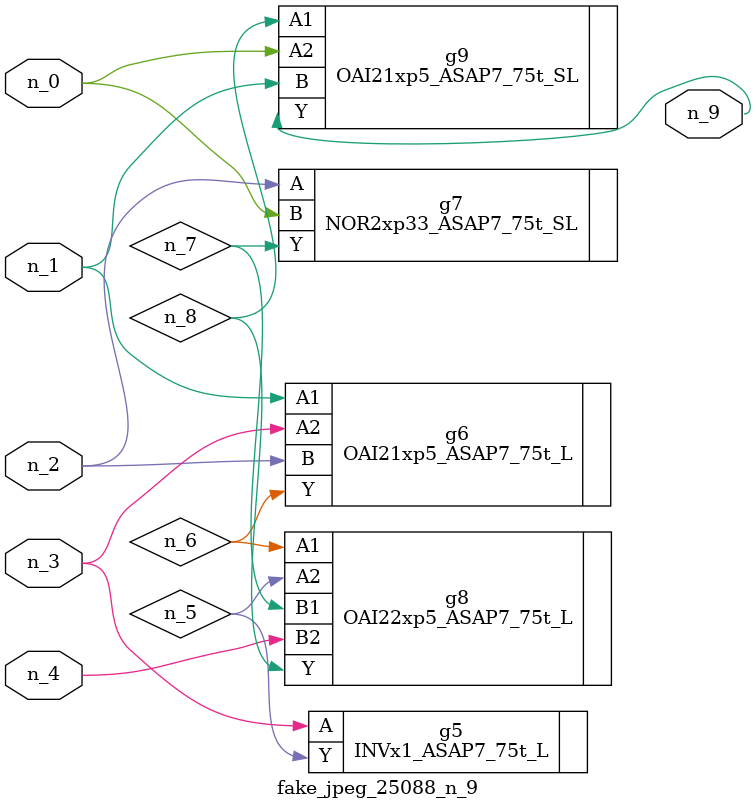
<source format=v>
module fake_jpeg_25088_n_9 (n_3, n_2, n_1, n_0, n_4, n_9);

input n_3;
input n_2;
input n_1;
input n_0;
input n_4;

output n_9;

wire n_8;
wire n_6;
wire n_5;
wire n_7;

INVx1_ASAP7_75t_L g5 ( 
.A(n_3),
.Y(n_5)
);

OAI21xp5_ASAP7_75t_L g6 ( 
.A1(n_1),
.A2(n_3),
.B(n_2),
.Y(n_6)
);

NOR2xp33_ASAP7_75t_SL g7 ( 
.A(n_2),
.B(n_0),
.Y(n_7)
);

OAI22xp5_ASAP7_75t_L g8 ( 
.A1(n_6),
.A2(n_5),
.B1(n_7),
.B2(n_4),
.Y(n_8)
);

OAI21xp5_ASAP7_75t_SL g9 ( 
.A1(n_8),
.A2(n_0),
.B(n_1),
.Y(n_9)
);


endmodule
</source>
